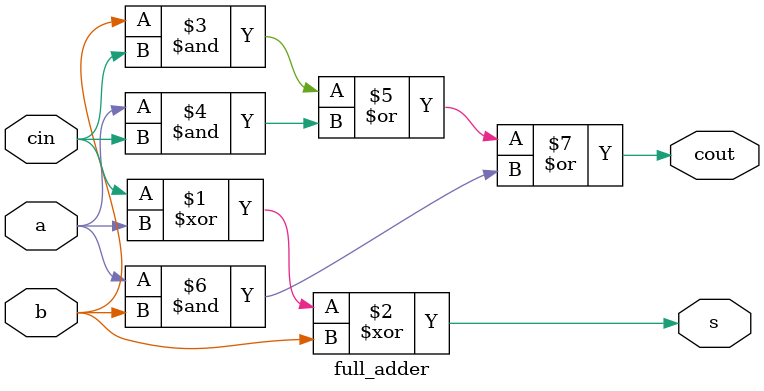
<source format=v>
module full_adder(
  input wire a, b, cin,
  output wire s, cout
  );
  
  // logic for sum and carry
  assign s = cin ^ a ^ b;
  assign cout = (b & cin) | (a & cin) | (a & b); 
  
endmodule


</source>
